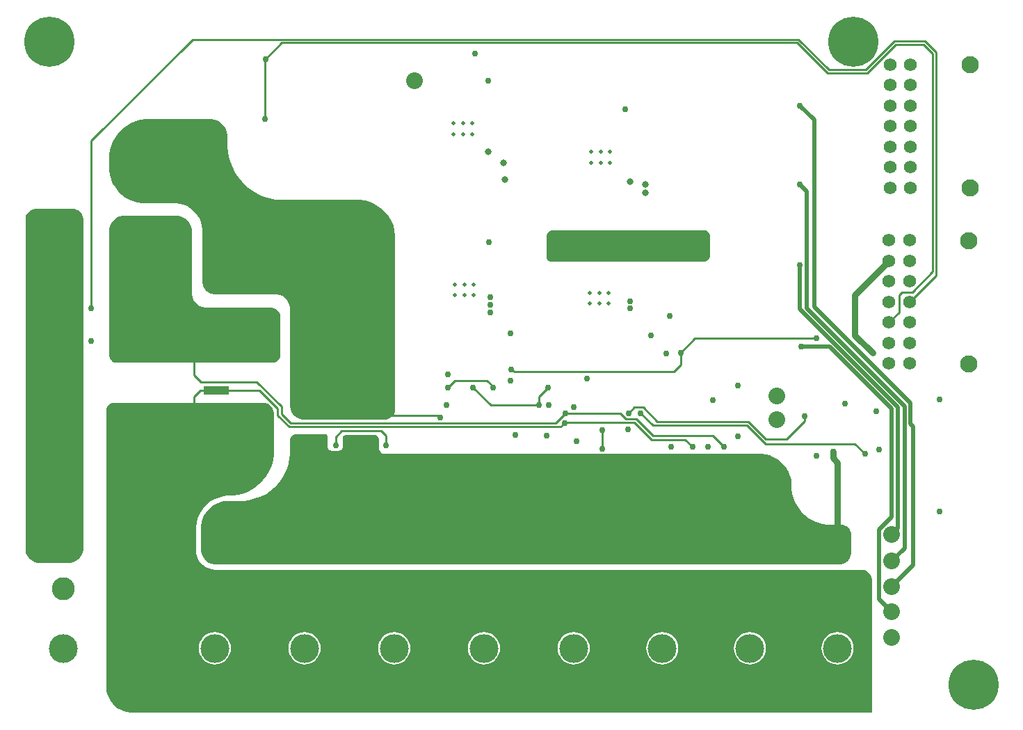
<source format=gbr>
%TF.GenerationSoftware,Altium Limited,Altium Designer,23.5.1 (21)*%
G04 Layer_Physical_Order=4*
G04 Layer_Color=16711680*
%FSLAX45Y45*%
%MOMM*%
%TF.SameCoordinates,815A2C8C-8163-47E4-9813-AD16C0C63C49*%
%TF.FilePolarity,Positive*%
%TF.FileFunction,Copper,L4,Bot,Signal*%
%TF.Part,Single*%
G01*
G75*
%TA.AperFunction,Conductor*%
%ADD43C,0.25400*%
%ADD45C,0.76200*%
%ADD48C,0.50800*%
%TA.AperFunction,ComponentPad*%
%ADD50C,6.10000*%
%ADD51C,2.80000*%
%ADD52C,3.50000*%
%ADD53C,9.50000*%
%ADD54C,2.03200*%
%ADD55C,1.56000*%
%ADD56C,2.10000*%
%TA.AperFunction,ViaPad*%
%ADD57C,0.50800*%
%ADD58C,0.76200*%
%ADD59C,0.81280*%
%TA.AperFunction,NonConductor*%
%ADD60C,1.01600*%
%TA.AperFunction,SMDPad,CuDef*%
%ADD77R,1.00000X1.00000*%
G36*
X2249288Y8738270D02*
X2271772Y8728957D01*
X2292008Y8715436D01*
X2309217Y8698226D01*
X2322738Y8677991D01*
X2332050Y8655506D01*
X2336798Y8631637D01*
X2336798Y8619468D01*
X2336800Y8619469D01*
X2336799Y4616449D01*
X2336799Y4599176D01*
X2330060Y4565293D01*
X2316839Y4533376D01*
X2297646Y4504651D01*
X2273218Y4480223D01*
X2244493Y4461030D01*
X2212576Y4447809D01*
X2178693Y4441070D01*
X2161419Y4441070D01*
X1797447Y4441070D01*
X1781147D01*
X1749173Y4447430D01*
X1719054Y4459905D01*
X1691949Y4478017D01*
X1668897Y4501068D01*
X1650785Y4528175D01*
X1638310Y4558293D01*
X1631950Y4590267D01*
Y4606567D01*
Y4606567D01*
Y8615637D01*
X1631949Y8628183D01*
X1636845Y8652792D01*
X1646447Y8675974D01*
X1660387Y8696837D01*
X1678129Y8714580D01*
X1698993Y8728520D01*
X1722174Y8738122D01*
X1746784Y8743017D01*
X1759329Y8743017D01*
X1759331Y8743018D01*
X2213250D01*
X2225418Y8743018D01*
X2249288Y8738270D01*
D02*
G37*
G36*
X3522667Y8654079D02*
X3557335Y8639719D01*
X3588536Y8618870D01*
X3615070Y8592336D01*
X3635918Y8561135D01*
X3650278Y8526466D01*
X3657599Y8489662D01*
X3657599Y8470899D01*
X3657600Y8470900D01*
Y7721600D01*
X3658456Y7704173D01*
X3665256Y7669987D01*
X3678594Y7637786D01*
X3697959Y7608805D01*
X3722605Y7584159D01*
X3751585Y7564794D01*
X3783787Y7551456D01*
X3817972Y7544656D01*
X3835400Y7543800D01*
X3835400D01*
X4622800Y7543799D01*
X4634057Y7543800D01*
X4656140Y7539408D01*
X4676941Y7530791D01*
X4695662Y7518282D01*
X4711583Y7502362D01*
X4724091Y7483641D01*
X4732707Y7462839D01*
X4737098Y7440756D01*
X4737098Y7429499D01*
X4737100Y7429500D01*
X4737099Y6969837D01*
X4737100Y6960624D01*
X4733505Y6942553D01*
X4726455Y6925530D01*
X4716218Y6910209D01*
X4703189Y6897181D01*
X4687869Y6886944D01*
X4670845Y6879894D01*
X4652774Y6876299D01*
X4643561Y6876300D01*
X2737600D01*
X2729396Y6876300D01*
X2713302Y6879501D01*
X2698142Y6885780D01*
X2684499Y6894897D01*
X2672897Y6906499D01*
X2663780Y6920143D01*
X2657501Y6935302D01*
X2654300Y6951396D01*
X2654300Y6959600D01*
X2654300Y6959600D01*
Y8483600D01*
X2654300Y8501112D01*
X2661133Y8535462D01*
X2674535Y8567820D01*
X2693993Y8596940D01*
X2718759Y8621706D01*
X2747879Y8641164D01*
X2780237Y8654566D01*
X2814587Y8661399D01*
X2832099Y8661399D01*
X2832100Y8661400D01*
X3467100Y8661399D01*
X3485862Y8661400D01*
X3522667Y8654079D01*
D02*
G37*
G36*
X9915527Y8480672D02*
X9929394Y8474927D01*
X9941875Y8466588D01*
X9952488Y8455974D01*
X9960827Y8443494D01*
X9966571Y8429626D01*
X9969499Y8414904D01*
X9969498Y8407399D01*
X9969500Y8407400D01*
X9969499Y8191499D01*
X9969500Y8182744D01*
X9966084Y8165568D01*
X9959382Y8149389D01*
X9949653Y8134828D01*
X9937270Y8122445D01*
X9922709Y8112716D01*
X9906530Y8106015D01*
X9889354Y8102599D01*
X9880598Y8102599D01*
X9880599D01*
X8039100Y8102600D01*
X8026469D01*
X8003130Y8112267D01*
X7985267Y8130130D01*
X7975600Y8153469D01*
X7975600Y8166100D01*
X7975600D01*
X7975599Y8407399D01*
X7975599Y8414904D01*
X7978528Y8429626D01*
X7984272Y8443493D01*
X7992611Y8455974D01*
X8003224Y8466587D01*
X8015705Y8474926D01*
X8029572Y8480671D01*
X8044294Y8483599D01*
X8051799Y8483598D01*
X8051799Y8483599D01*
X9893300Y8483600D01*
X9900805Y8483600D01*
X9915527Y8480672D01*
D02*
G37*
G36*
X4521200Y6388098D02*
X4534490Y6388099D01*
X4560560Y6382913D01*
X4585117Y6372741D01*
X4607217Y6357974D01*
X4626012Y6339179D01*
X4640779Y6317078D01*
X4650951Y6292521D01*
X4656136Y6266452D01*
X4656135Y6253162D01*
X4656136D01*
X4656140Y5796352D01*
X4656140Y5761101D01*
X4646938Y5691202D01*
X4628691Y5623102D01*
X4601712Y5557967D01*
X4566461Y5496910D01*
X4523542Y5440976D01*
X4473690Y5391124D01*
X4417757Y5348205D01*
X4356700Y5312954D01*
X4291565Y5285974D01*
X4223465Y5267727D01*
X4153566Y5258525D01*
X4118315Y5258525D01*
X4118315Y5258526D01*
X4118315Y5258525D01*
X4091506Y5257648D01*
X4038344Y5250651D01*
X3986551Y5236774D01*
X3937012Y5216255D01*
X3890576Y5189446D01*
X3848036Y5156804D01*
X3810121Y5118889D01*
X3777479Y5076349D01*
X3750670Y5029912D01*
X3730151Y4980373D01*
X3716274Y4928580D01*
X3709277Y4875418D01*
X3708400Y4848609D01*
Y4587251D01*
X3709509Y4564665D01*
X3718321Y4520362D01*
X3735607Y4478629D01*
X3760703Y4441070D01*
X3792643Y4409129D01*
X3830202Y4384033D01*
X3871935Y4366747D01*
X3916238Y4357935D01*
X3938824Y4356826D01*
X11810274Y4356825D01*
X11822854Y4356825D01*
X11847531Y4351917D01*
X11870776Y4342289D01*
X11891695Y4328311D01*
X11909486Y4310520D01*
X11923464Y4289600D01*
X11933091Y4266355D01*
X11937999Y4241678D01*
X11937998Y4229098D01*
X11937998Y4229098D01*
X11938000Y4229097D01*
Y2616926D01*
X2932974Y2616925D01*
X2912211Y2616925D01*
X2871042Y2622345D01*
X2830931Y2633093D01*
X2792567Y2648984D01*
X2756606Y2669746D01*
X2723662Y2695025D01*
X2694299Y2724387D01*
X2669021Y2757332D01*
X2648258Y2793293D01*
X2632367Y2831657D01*
X2621620Y2871767D01*
X2616200Y2912937D01*
X2616200Y2933699D01*
X2616200Y2933700D01*
Y6286499D01*
Y6296506D01*
X2620104Y6316135D01*
X2627763Y6334625D01*
X2638882Y6351265D01*
X2653033Y6365417D01*
X2669674Y6376536D01*
X2688164Y6384194D01*
X2707792Y6388099D01*
X2717799Y6388099D01*
X2717799Y6388099D01*
X4521200Y6388098D01*
D02*
G37*
G36*
X3940803Y9828090D02*
X3978983Y9812276D01*
X4013344Y9789316D01*
X4042565Y9760095D01*
X4065524Y9725734D01*
X4081338Y9687553D01*
X4089399Y9647022D01*
X4089398Y9626359D01*
X4089399Y9626360D01*
X4089400Y9537700D01*
X4090224Y9504088D01*
X4096813Y9437189D01*
X4109927Y9371258D01*
X4129440Y9306930D01*
X4155165Y9244824D01*
X4186853Y9185538D01*
X4224200Y9129644D01*
X4266846Y9077680D01*
X4314379Y9030147D01*
X4366344Y8987501D01*
X4422238Y8950154D01*
X4481523Y8918466D01*
X4543629Y8892741D01*
X4607957Y8873227D01*
X4673888Y8860113D01*
X4740788Y8853525D01*
X4774399Y8852700D01*
X4774400D01*
X5676100Y8852699D01*
X5706119Y8852701D01*
X5765644Y8844867D01*
X5823638Y8829330D01*
X5879107Y8806356D01*
X5931102Y8776337D01*
X5978735Y8739788D01*
X6021188Y8697334D01*
X6057737Y8649702D01*
X6087755Y8597706D01*
X6110730Y8542237D01*
X6126267Y8484244D01*
X6134100Y8424718D01*
X6134098Y8394699D01*
X6134100Y8394700D01*
X6134099Y6312199D01*
X6134099Y6299661D01*
X6129208Y6275067D01*
X6119612Y6251899D01*
X6105681Y6231049D01*
X6087949Y6213318D01*
X6067099Y6199386D01*
X6043931Y6189791D01*
X6019337Y6184899D01*
X6006799Y6184900D01*
X5021261D01*
X5004531Y6184899D01*
X4971714Y6191427D01*
X4940801Y6204231D01*
X4912981Y6222820D01*
X4889321Y6246480D01*
X4870731Y6274301D01*
X4857927Y6305214D01*
X4851399Y6338031D01*
X4851399Y6354760D01*
Y6354762D01*
X4851399Y7531100D01*
X4850553Y7548381D01*
X4843814Y7582280D01*
X4830590Y7614212D01*
X4811389Y7642950D01*
X4786950Y7667389D01*
X4758212Y7686589D01*
X4726280Y7699813D01*
X4692381Y7706552D01*
X4675100Y7707398D01*
X4675101Y7707400D01*
X3942950Y7707400D01*
X3927353Y7707398D01*
X3896759Y7713482D01*
X3867940Y7725418D01*
X3842004Y7742747D01*
X3819948Y7764803D01*
X3802618Y7790740D01*
X3790682Y7819558D01*
X3784598Y7850152D01*
X3784600Y7865749D01*
Y7865750D01*
X3784599Y8475543D01*
X3783875Y8497666D01*
X3778100Y8541532D01*
X3766649Y8584269D01*
X3749717Y8625146D01*
X3727595Y8663463D01*
X3700660Y8698565D01*
X3669374Y8729851D01*
X3634273Y8756785D01*
X3595956Y8778908D01*
X3555079Y8795840D01*
X3512342Y8807291D01*
X3468475Y8813066D01*
X3446353Y8813790D01*
X3446354Y8813792D01*
X3086083Y8813809D01*
X3057783Y8813810D01*
X3001665Y8821200D01*
X2946992Y8835852D01*
X2894699Y8857515D01*
X2845681Y8885817D01*
X2800776Y8920276D01*
X2760753Y8960300D01*
X2726297Y9005207D01*
X2697997Y9054226D01*
X2676337Y9106520D01*
X2661687Y9161193D01*
X2654299Y9217311D01*
Y9245612D01*
X2654299D01*
X2654299Y9366249D01*
X2654299Y9397048D01*
X2662339Y9458118D01*
X2678282Y9517617D01*
X2701854Y9574526D01*
X2732653Y9627871D01*
X2770151Y9676740D01*
X2813707Y9720296D01*
X2862576Y9757794D01*
X2915921Y9788593D01*
X2972830Y9812165D01*
X3032328Y9828108D01*
X3093399Y9836148D01*
X3124198D01*
X3124198Y9836149D01*
X3879608Y9836150D01*
X3900271Y9836151D01*
X3940803Y9828090D01*
D02*
G37*
G36*
X5298988Y6000493D02*
X5305223Y5994255D01*
X5308595Y5986105D01*
X5308593Y5981695D01*
X5308600Y5981700D01*
Y5854699D01*
X5309574Y5844789D01*
X5317158Y5826477D01*
X5331172Y5812461D01*
X5349483Y5804876D01*
X5359393Y5803901D01*
X5359400Y5803900D01*
X5448299Y5803900D01*
X5458209Y5804876D01*
X5476519Y5812460D01*
X5490533Y5826474D01*
X5498117Y5844784D01*
X5499093Y5854693D01*
X5499100Y5854700D01*
Y5968999D01*
Y5974050D01*
X5502966Y5983384D01*
X5510110Y5990528D01*
X5519444Y5994394D01*
X5524495Y5994393D01*
X5524501Y5994400D01*
X5880100Y5994399D01*
X5892174Y5994400D01*
X5914484Y5985158D01*
X5931558Y5968082D01*
X5940797Y5945770D01*
X5940795Y5933696D01*
X5940800Y5933700D01*
Y5819400D01*
X5941829Y5808943D01*
X5949831Y5789621D01*
X5964618Y5774833D01*
X5983939Y5766829D01*
X5994396Y5765800D01*
X5994400D01*
X10566401Y5765798D01*
X10592206Y5765799D01*
X10643373Y5759062D01*
X10693223Y5745705D01*
X10740904Y5725955D01*
X10785598Y5700151D01*
X10826542Y5668733D01*
X10863035Y5632240D01*
X10894452Y5591295D01*
X10920256Y5546601D01*
X10940006Y5498920D01*
X10953363Y5449070D01*
X10960098Y5397902D01*
X10960098Y5372098D01*
X10960100Y5372099D01*
X10961106Y5341366D01*
X10969129Y5280426D01*
X10985037Y5221055D01*
X11008559Y5164268D01*
X11039291Y5111037D01*
X11076709Y5062273D01*
X11120172Y5018810D01*
X11168936Y4981392D01*
X11222167Y4950659D01*
X11278954Y4927137D01*
X11338325Y4911229D01*
X11399264Y4903206D01*
X11429997Y4902200D01*
X11429998D01*
X11569700Y4902199D01*
X11580957D01*
X11603040Y4897807D01*
X11623841Y4889191D01*
X11642561Y4876682D01*
X11658482Y4860761D01*
X11670991Y4842041D01*
X11679607Y4821240D01*
X11683999Y4799157D01*
X11683999Y4787899D01*
X11684000Y4787900D01*
X11683999Y4559299D01*
Y4545540D01*
X11678630Y4518550D01*
X11668099Y4493127D01*
X11652811Y4470246D01*
X11633353Y4450788D01*
X11610472Y4435499D01*
X11585048Y4424968D01*
X11558059Y4419600D01*
X3949701D01*
X3932188Y4419599D01*
X3897838Y4426431D01*
X3865479Y4439833D01*
X3836358Y4459291D01*
X3811592Y4484057D01*
X3792134Y4513178D01*
X3778731Y4545536D01*
X3771899Y4579887D01*
X3771899Y4597398D01*
Y4597400D01*
X3771900Y4862556D01*
Y4884300D01*
X3777576Y4927415D01*
X3788831Y4969420D01*
X3805473Y5009597D01*
X3827217Y5047258D01*
X3853690Y5081759D01*
X3884440Y5112509D01*
X3918940Y5138982D01*
X3956601Y5160726D01*
X3996778Y5177367D01*
X4038783Y5188623D01*
X4081898Y5194299D01*
X4103642D01*
X4103643Y5194300D01*
X4254500Y5194300D01*
X4283788Y5195019D01*
X4342083Y5200760D01*
X4399534Y5212188D01*
X4455589Y5229192D01*
X4509707Y5251608D01*
X4561367Y5279222D01*
X4610072Y5311765D01*
X4655352Y5348926D01*
X4696772Y5390346D01*
X4733933Y5435626D01*
X4766477Y5484331D01*
X4794090Y5535991D01*
X4816506Y5590109D01*
X4833510Y5646164D01*
X4844938Y5703615D01*
X4850679Y5761910D01*
X4851398Y5791198D01*
X4851400Y5791200D01*
Y5927364D01*
Y5934898D01*
X4854340Y5949678D01*
X4860106Y5963600D01*
X4868478Y5976130D01*
X4879134Y5986786D01*
X4891664Y5995158D01*
X4905586Y6000924D01*
X4920366Y6003865D01*
X4927901Y6003864D01*
X4927902Y6003866D01*
X5286430Y6003870D01*
X5290840D01*
X5298988Y6000493D01*
D02*
G37*
%LPC*%
G36*
X2161420Y4441070D02*
X2161419D01*
D01*
X2161420D01*
D02*
G37*
G36*
X11518900Y3596265D02*
X11480611Y3592494D01*
X11443793Y3581325D01*
X11409861Y3563188D01*
X11380120Y3538780D01*
X11355712Y3509039D01*
X11337575Y3475107D01*
X11326406Y3438290D01*
X11322635Y3400000D01*
X11326406Y3361711D01*
X11337575Y3324893D01*
X11355712Y3290961D01*
X11380120Y3261220D01*
X11409861Y3236812D01*
X11443793Y3218675D01*
X11480611Y3207506D01*
X11518900Y3203735D01*
X11557189Y3207506D01*
X11594007Y3218675D01*
X11627939Y3236812D01*
X11657680Y3261220D01*
X11682088Y3290961D01*
X11700225Y3324893D01*
X11711394Y3361711D01*
X11715165Y3400000D01*
X11711394Y3438290D01*
X11700225Y3475107D01*
X11682088Y3509039D01*
X11657680Y3538780D01*
X11627939Y3563188D01*
X11594007Y3581325D01*
X11557189Y3592494D01*
X11518900Y3596265D01*
D02*
G37*
G36*
X10452100D02*
X10413811Y3592494D01*
X10376993Y3581325D01*
X10343061Y3563188D01*
X10313320Y3538780D01*
X10288912Y3509039D01*
X10270775Y3475107D01*
X10259606Y3438290D01*
X10255835Y3400000D01*
X10259606Y3361711D01*
X10270775Y3324893D01*
X10288912Y3290961D01*
X10313320Y3261220D01*
X10343061Y3236812D01*
X10376993Y3218675D01*
X10413811Y3207506D01*
X10452100Y3203735D01*
X10490389Y3207506D01*
X10527207Y3218675D01*
X10561139Y3236812D01*
X10590880Y3261220D01*
X10615288Y3290961D01*
X10633425Y3324893D01*
X10644594Y3361711D01*
X10648365Y3400000D01*
X10644594Y3438290D01*
X10633425Y3475107D01*
X10615288Y3509039D01*
X10590880Y3538780D01*
X10561139Y3563188D01*
X10527207Y3581325D01*
X10490389Y3592494D01*
X10452100Y3596265D01*
D02*
G37*
G36*
X9385300D02*
X9347011Y3592494D01*
X9310193Y3581325D01*
X9276261Y3563188D01*
X9246520Y3538780D01*
X9222112Y3509039D01*
X9203975Y3475107D01*
X9192806Y3438290D01*
X9189035Y3400000D01*
X9192806Y3361711D01*
X9203975Y3324893D01*
X9222112Y3290961D01*
X9246520Y3261220D01*
X9276261Y3236812D01*
X9310193Y3218675D01*
X9347011Y3207506D01*
X9385300Y3203735D01*
X9423589Y3207506D01*
X9460407Y3218675D01*
X9494339Y3236812D01*
X9524080Y3261220D01*
X9548488Y3290961D01*
X9566625Y3324893D01*
X9577794Y3361711D01*
X9581565Y3400000D01*
X9577794Y3438290D01*
X9566625Y3475107D01*
X9548488Y3509039D01*
X9524080Y3538780D01*
X9494339Y3563188D01*
X9460407Y3581325D01*
X9423589Y3592494D01*
X9385300Y3596265D01*
D02*
G37*
G36*
X8305800D02*
X8267511Y3592494D01*
X8230693Y3581325D01*
X8196761Y3563188D01*
X8167020Y3538780D01*
X8142612Y3509039D01*
X8124475Y3475107D01*
X8113306Y3438290D01*
X8109535Y3400000D01*
X8113306Y3361711D01*
X8124475Y3324893D01*
X8142612Y3290961D01*
X8167020Y3261220D01*
X8196761Y3236812D01*
X8230693Y3218675D01*
X8267511Y3207506D01*
X8305800Y3203735D01*
X8344089Y3207506D01*
X8380907Y3218675D01*
X8414839Y3236812D01*
X8444580Y3261220D01*
X8468988Y3290961D01*
X8487125Y3324893D01*
X8498294Y3361711D01*
X8502065Y3400000D01*
X8498294Y3438290D01*
X8487125Y3475107D01*
X8468988Y3509039D01*
X8444580Y3538780D01*
X8414839Y3563188D01*
X8380907Y3581325D01*
X8344089Y3592494D01*
X8305800Y3596265D01*
D02*
G37*
G36*
X7213600D02*
X7175311Y3592494D01*
X7138493Y3581325D01*
X7104561Y3563188D01*
X7074820Y3538780D01*
X7050412Y3509039D01*
X7032275Y3475107D01*
X7021106Y3438290D01*
X7017335Y3400000D01*
X7021106Y3361711D01*
X7032275Y3324893D01*
X7050412Y3290961D01*
X7074820Y3261220D01*
X7104561Y3236812D01*
X7138493Y3218675D01*
X7175311Y3207506D01*
X7213600Y3203735D01*
X7251889Y3207506D01*
X7288707Y3218675D01*
X7322639Y3236812D01*
X7352380Y3261220D01*
X7376788Y3290961D01*
X7394925Y3324893D01*
X7406094Y3361711D01*
X7409865Y3400000D01*
X7406094Y3438290D01*
X7394925Y3475107D01*
X7376788Y3509039D01*
X7352380Y3538780D01*
X7322639Y3563188D01*
X7288707Y3581325D01*
X7251889Y3592494D01*
X7213600Y3596265D01*
D02*
G37*
G36*
X6121400D02*
X6083111Y3592494D01*
X6046293Y3581325D01*
X6012361Y3563188D01*
X5982620Y3538780D01*
X5958212Y3509039D01*
X5940075Y3475107D01*
X5928906Y3438290D01*
X5925135Y3400000D01*
X5928906Y3361711D01*
X5940075Y3324893D01*
X5958212Y3290961D01*
X5982620Y3261220D01*
X6012361Y3236812D01*
X6046293Y3218675D01*
X6083111Y3207506D01*
X6121400Y3203735D01*
X6159689Y3207506D01*
X6196507Y3218675D01*
X6230439Y3236812D01*
X6260180Y3261220D01*
X6284588Y3290961D01*
X6302725Y3324893D01*
X6313894Y3361711D01*
X6317665Y3400000D01*
X6313894Y3438290D01*
X6302725Y3475107D01*
X6284588Y3509039D01*
X6260180Y3538780D01*
X6230439Y3563188D01*
X6196507Y3581325D01*
X6159689Y3592494D01*
X6121400Y3596265D01*
D02*
G37*
G36*
X5029200D02*
X4990911Y3592494D01*
X4954093Y3581325D01*
X4920161Y3563188D01*
X4890420Y3538780D01*
X4866012Y3509039D01*
X4847875Y3475107D01*
X4836706Y3438290D01*
X4832935Y3400000D01*
X4836706Y3361711D01*
X4847875Y3324893D01*
X4866012Y3290961D01*
X4890420Y3261220D01*
X4920161Y3236812D01*
X4954093Y3218675D01*
X4990911Y3207506D01*
X5029200Y3203735D01*
X5067489Y3207506D01*
X5104307Y3218675D01*
X5138239Y3236812D01*
X5167980Y3261220D01*
X5192388Y3290961D01*
X5210525Y3324893D01*
X5221694Y3361711D01*
X5225465Y3400000D01*
X5221694Y3438290D01*
X5210525Y3475107D01*
X5192388Y3509039D01*
X5167980Y3538780D01*
X5138239Y3563188D01*
X5104307Y3581325D01*
X5067489Y3592494D01*
X5029200Y3596265D01*
D02*
G37*
G36*
X3937000D02*
X3898711Y3592494D01*
X3861893Y3581325D01*
X3827961Y3563188D01*
X3798220Y3538780D01*
X3773812Y3509039D01*
X3755675Y3475107D01*
X3744506Y3438290D01*
X3740735Y3400000D01*
X3744506Y3361711D01*
X3755675Y3324893D01*
X3773812Y3290961D01*
X3798220Y3261220D01*
X3827961Y3236812D01*
X3861893Y3218675D01*
X3898711Y3207506D01*
X3937000Y3203735D01*
X3975289Y3207506D01*
X4012107Y3218675D01*
X4046039Y3236812D01*
X4075780Y3261220D01*
X4100188Y3290961D01*
X4118325Y3324893D01*
X4129494Y3361711D01*
X4133265Y3400000D01*
X4129494Y3438290D01*
X4118325Y3475107D01*
X4100188Y3509039D01*
X4075780Y3538780D01*
X4046039Y3563188D01*
X4012107Y3581325D01*
X3975289Y3592494D01*
X3937000Y3596265D01*
D02*
G37*
%LPD*%
D43*
X4548054Y9836063D02*
Y10561459D01*
X4555284Y10568689D01*
X4753654Y10767060D01*
X11026140D01*
X11395910Y10397290D01*
X11042974Y10807700D02*
X11412744Y10437930D01*
X3663950Y10807700D02*
X11042974D01*
X2432050Y9575800D02*
X3663950Y10807700D01*
X11730380Y5887720D02*
X11852000Y5766100D01*
X11432291Y5887720D02*
X11730380D01*
X11431021Y5886450D02*
X11432291Y5887720D01*
X10640414Y5886450D02*
X11431021D01*
X2432050Y7539502D02*
Y9575800D01*
X11412744Y10437930D02*
X11863440D01*
X11395910Y10397290D02*
X11880274D01*
X12230994Y10748010D01*
X11863440Y10437930D02*
X12214160Y10788650D01*
X12230994Y10748010D02*
X12568866D01*
X12678410Y10638466D01*
Y7985760D02*
Y10638466D01*
X12426950Y7734300D02*
X12678410Y7985760D01*
X12306300Y7734300D02*
X12426950D01*
X12268200Y7696200D02*
X12306300Y7734300D01*
X12268200Y7484600D02*
Y7696200D01*
X12146600Y7363000D02*
X12268200Y7484600D01*
X12585700Y10788650D02*
X12719050Y10655300D01*
X12214160Y10788650D02*
X12585700D01*
X12719050Y7935450D02*
Y10655300D01*
X12396600Y7613000D02*
X12719050Y7935450D01*
X9784077Y7169150D02*
X11258550D01*
X9608627Y6993700D02*
X9784077Y7169150D01*
X10899466Y5946466D02*
X11120172Y6167172D01*
X10645168Y5946466D02*
X10899466D01*
X10433839Y6157795D02*
X10645168Y5946466D01*
X7584079Y6762750D02*
X9525000D01*
X7552329Y6794500D02*
X7584079Y6762750D01*
X7543800Y6794500D02*
X7552329D01*
X9525000Y6762750D02*
X9608627Y6846377D01*
Y6993700D01*
X7083626Y6572250D02*
X7297535Y6358341D01*
X7881149D01*
Y6458126D01*
X7995273Y6572250D01*
X8205916Y6261100D02*
X8874692D01*
X8945662Y6190130D01*
X9151501Y6332370D02*
X9326076Y6157795D01*
X9046241Y6332370D02*
X9151501D01*
X8945662Y6190130D02*
X9066641D01*
X9042623Y6149490D02*
X9254863Y5937250D01*
X8207283Y6149490D02*
X9042623D01*
X8975121Y6261250D02*
X9046241Y6332370D01*
X9121021Y6261250D02*
X9270196Y6112075D01*
X9066641Y6190130D02*
X9273801Y5982970D01*
X9326076Y6157795D02*
X10433839D01*
X9273801Y5982970D02*
X9999300D01*
X9254863Y5937250D02*
X9664021D01*
X6776952Y6572250D02*
X6859688Y6654986D01*
X7251700D01*
X7321122Y6585564D01*
Y6572250D02*
Y6585564D01*
X6652015Y6235700D02*
X6678008Y6209707D01*
X5998035Y6235700D02*
X6652015D01*
X4860771Y6138587D02*
X8083402D01*
X4841833Y6092867D02*
X8150659D01*
X8083402Y6138587D02*
X8205916Y6261100D01*
X8150659Y6092867D02*
X8198901Y6141108D01*
X8207283Y6149490D01*
X8653612Y5830738D02*
X8655050Y5829300D01*
X8653612Y5830738D02*
Y6054260D01*
X10414789Y6112075D02*
X10640414Y5886450D01*
X9270196Y6112075D02*
X10414789D01*
X12087600Y7908550D02*
X12124690Y7871460D01*
X4703622Y6231078D02*
X4841833Y6092867D01*
X4750205Y6249153D02*
X4860771Y6138587D01*
X11120172Y6167172D02*
Y6227500D01*
X3768251Y6642100D02*
X4446158D01*
X3683000Y6727351D02*
X3768251Y6642100D01*
X3683000Y6727351D02*
Y6951396D01*
X4446158Y6642100D02*
X4750205Y6338053D01*
X3683000Y6305897D02*
Y6462675D01*
X3760825Y6540500D01*
X3857141D01*
Y6248700D02*
X3860800D01*
X4060341Y6540500D02*
X4483100D01*
X4750205Y6249153D02*
Y6338053D01*
X4483100Y6540500D02*
X4703622Y6319978D01*
Y6231078D02*
Y6319978D01*
X9999300Y5982970D02*
X10133920Y5848350D01*
X9664021Y5937250D02*
X9752921Y5848350D01*
X6023038Y5869185D02*
Y5983718D01*
X5960056Y6046700D02*
X6023038Y5983718D01*
X5483526Y6046700D02*
X5960056D01*
X5407903Y5971077D02*
X5483526Y6046700D01*
X5407903Y5870880D02*
Y5971077D01*
D45*
X11461750Y5711550D02*
Y5791200D01*
Y5711550D02*
X11518900Y5654400D01*
Y4680000D02*
Y5654400D01*
X11731650Y7206400D02*
X11944350Y6993700D01*
X11731650Y7206400D02*
Y7698050D01*
X12146600Y8113000D01*
D48*
X11234976Y7554674D02*
X12404090Y6385560D01*
Y6131560D02*
Y6385560D01*
X11234976Y7554674D02*
Y9830119D01*
X11061700Y7524750D02*
X12255500Y6330950D01*
X11144250Y7537450D02*
X12338050Y6343650D01*
X12255500Y4864101D02*
Y6330950D01*
X11144250Y7537450D02*
Y8022161D01*
X11061700Y7524750D02*
Y8058150D01*
X12338050Y4619265D02*
Y6343650D01*
X12179300Y5000101D02*
Y6313755D01*
X11425505Y7067550D02*
X12179300Y6313755D01*
X11076709Y7067550D02*
X11425505D01*
X12026900Y4847701D02*
X12179300Y5000101D01*
Y4787901D02*
X12255500Y4864101D01*
X12026900Y4000500D02*
Y4847701D01*
Y4000500D02*
X12179300Y3848100D01*
X11061700Y9042400D02*
X11145520Y8958580D01*
Y8023431D02*
Y8958580D01*
X11144250Y8022161D02*
X11145520Y8023431D01*
X11061700Y10003395D02*
X11234976Y9830119D01*
X12404090Y6131560D02*
X12439650Y6096000D01*
Y4413250D02*
Y6096000D01*
X12179300Y4152900D02*
X12439650Y4413250D01*
X12179300Y4460515D02*
X12338050Y4619265D01*
D50*
X2984500Y2984500D02*
D03*
X13176250Y2959100D02*
D03*
X1924050Y10775950D02*
D03*
X11709400D02*
D03*
D51*
X10452100Y4130000D02*
D03*
Y4680000D02*
D03*
X11518900Y4130000D02*
D03*
Y4680000D02*
D03*
X8305800Y4130000D02*
D03*
Y4680000D02*
D03*
X9385300Y4130000D02*
D03*
Y4680000D02*
D03*
X6121400Y4130000D02*
D03*
Y4680000D02*
D03*
X7213600Y4130000D02*
D03*
Y4680000D02*
D03*
X3937000Y4130000D02*
D03*
Y4680000D02*
D03*
X5029200Y4130000D02*
D03*
Y4680000D02*
D03*
X2089150Y4127250D02*
D03*
Y4677250D02*
D03*
D52*
X10452100Y3400000D02*
D03*
X11518900D02*
D03*
X8305800D02*
D03*
X9385300D02*
D03*
X6121400D02*
D03*
X7213600D02*
D03*
X3937000D02*
D03*
X5029200D02*
D03*
X2089150Y3397250D02*
D03*
D53*
X3175000Y9302750D02*
D03*
Y8185150D02*
D03*
D54*
X10775950Y6181800D02*
D03*
Y6470650D02*
D03*
X12179300Y4460515D02*
D03*
X6371590Y10306050D02*
D03*
X3009900Y3898900D02*
D03*
X12179300Y3530600D02*
D03*
X3009900Y3606800D02*
D03*
X12179300Y4787901D02*
D03*
Y4152900D02*
D03*
Y3848100D02*
D03*
D55*
X12146600Y8363000D02*
D03*
Y8113000D02*
D03*
Y7863000D02*
D03*
Y7613000D02*
D03*
Y7363000D02*
D03*
Y7113000D02*
D03*
Y6863000D02*
D03*
X12396600Y8363000D02*
D03*
Y8113000D02*
D03*
Y7863000D02*
D03*
Y7613000D02*
D03*
Y7363000D02*
D03*
Y7113000D02*
D03*
Y6863000D02*
D03*
X12157900Y10503395D02*
D03*
Y10253395D02*
D03*
Y10003395D02*
D03*
Y9753395D02*
D03*
Y9503395D02*
D03*
Y9253395D02*
D03*
Y9003395D02*
D03*
X12407900Y10503395D02*
D03*
Y10253395D02*
D03*
Y10003395D02*
D03*
Y9753395D02*
D03*
Y9503395D02*
D03*
Y9253395D02*
D03*
Y9003395D02*
D03*
D56*
X13119099Y6858000D02*
D03*
Y8355500D02*
D03*
X13130400Y8998395D02*
D03*
Y10495895D02*
D03*
D57*
X6982310Y7694700D02*
D03*
X6862310D02*
D03*
X6982310Y7824700D02*
D03*
X7092310D02*
D03*
X7092310Y7694700D02*
D03*
X6862310Y7824700D02*
D03*
X6841190Y9786850D02*
D03*
X7071189Y9656850D02*
D03*
X7071190Y9786850D02*
D03*
X6961190D02*
D03*
X6841190Y9656850D02*
D03*
X6961190D02*
D03*
X8636000Y9307600D02*
D03*
X8516000D02*
D03*
X8636000Y9437600D02*
D03*
X8746000D02*
D03*
X8746000Y9307600D02*
D03*
X8516000Y9437600D02*
D03*
X8503300Y7723100D02*
D03*
X8733300Y7593100D02*
D03*
X8733300Y7723100D02*
D03*
X8503300Y7593100D02*
D03*
X8623300D02*
D03*
Y7723100D02*
D03*
D58*
X11461750Y5791200D02*
D03*
X11944350Y6993700D02*
D03*
X11258550Y7169150D02*
D03*
X11076709Y7067550D02*
D03*
X11061700Y10003395D02*
D03*
Y9042400D02*
D03*
Y8058150D02*
D03*
X2280091Y5594350D02*
D03*
X7106270Y10636250D02*
D03*
X4548054Y9836063D02*
D03*
X4555284Y10568689D02*
D03*
X2432050Y7137400D02*
D03*
X2192479Y8026100D02*
D03*
X2432050Y7539502D02*
D03*
X7537155Y7229395D02*
D03*
X7289800Y7483836D02*
D03*
X7292734Y7575647D02*
D03*
Y7668551D02*
D03*
X7278302Y8343900D02*
D03*
X8966613Y6062820D02*
D03*
X7543800Y6794500D02*
D03*
X9608627Y6993700D02*
D03*
X7995273Y6572250D02*
D03*
X8470108Y6682379D02*
D03*
X8307060Y6337300D02*
D03*
X9436954Y6988900D02*
D03*
X8975121Y6261250D02*
D03*
X9121021D02*
D03*
X6776952Y6572250D02*
D03*
X7321122D02*
D03*
X6776952Y6734986D02*
D03*
X6678008Y6209707D02*
D03*
X7534439Y6654986D02*
D03*
X7083626Y6572250D02*
D03*
X8003255Y6358341D02*
D03*
X7881149D02*
D03*
X8198901Y6141108D02*
D03*
X8205916Y6261100D02*
D03*
X7974061Y5989779D02*
D03*
X7599682Y5992460D02*
D03*
X8344089Y5914950D02*
D03*
X8655050Y5829300D02*
D03*
X8929754Y9956836D02*
D03*
X7268172Y10306050D02*
D03*
X8653612Y6054260D02*
D03*
X9495821Y5848350D02*
D03*
X5032835Y6233025D02*
D03*
X5147135Y6233325D02*
D03*
X5261435D02*
D03*
X5375735Y6233025D02*
D03*
X5998035Y6235700D02*
D03*
X5883735Y6236000D02*
D03*
X5769435D02*
D03*
X5655135Y6235700D02*
D03*
X10133920Y5848350D02*
D03*
X9752921D02*
D03*
X9940321D02*
D03*
X9245600Y7203231D02*
D03*
X8991600Y7539423D02*
D03*
Y7617416D02*
D03*
X9474200Y7442200D02*
D03*
X9897750Y8425157D02*
D03*
Y8308548D02*
D03*
Y8193144D02*
D03*
X9786167Y8425157D02*
D03*
Y8308548D02*
D03*
Y8193144D02*
D03*
X8054517Y8177696D02*
D03*
Y8293100D02*
D03*
Y8409709D02*
D03*
X8166100Y8177696D02*
D03*
Y8293100D02*
D03*
Y8409709D02*
D03*
X6756400Y6358341D02*
D03*
X11613441Y6375400D02*
D03*
X11988800Y6286500D02*
D03*
X11120172Y6227500D02*
D03*
X11852000Y5766100D02*
D03*
X12026900Y5816600D02*
D03*
X11262000Y5743300D02*
D03*
X12763500Y6426200D02*
D03*
Y5067300D02*
D03*
X10302638Y6597650D02*
D03*
Y5981550D02*
D03*
X10003821Y6418650D02*
D03*
X5651500Y5869185D02*
D03*
X5549900Y5867400D02*
D03*
X5407903Y5870880D02*
D03*
X6023038Y5869185D02*
D03*
X5025641Y5867700D02*
D03*
X4911341Y5867400D02*
D03*
X5139941Y5867700D02*
D03*
X5254241Y5867400D02*
D03*
X5032835Y5675190D02*
D03*
X5147135D02*
D03*
X4918535Y5674890D02*
D03*
X5261435D02*
D03*
X5883735Y5677566D02*
D03*
X5540835D02*
D03*
X5769435Y5677866D02*
D03*
X5655135D02*
D03*
X5876541Y5870075D02*
D03*
X5762241Y5870375D02*
D03*
X5032835Y5766100D02*
D03*
X5147135D02*
D03*
X4918535Y5765800D02*
D03*
X5261435D02*
D03*
X5883735Y5768475D02*
D03*
X5540835D02*
D03*
X5769435Y5768775D02*
D03*
X5655135D02*
D03*
X5765800Y6439200D02*
D03*
X5651500Y6337000D02*
D03*
X5765800Y6337300D02*
D03*
X5880100D02*
D03*
Y6439200D02*
D03*
X5651500Y6438900D02*
D03*
X5994400D02*
D03*
Y6337000D02*
D03*
X5372100Y6334325D02*
D03*
Y6436225D02*
D03*
X5029200D02*
D03*
X5257800Y6436525D02*
D03*
Y6334625D02*
D03*
X5143500D02*
D03*
X5029200Y6334325D02*
D03*
X5143500Y6436525D02*
D03*
X2819400Y7353000D02*
D03*
X3048000Y7353300D02*
D03*
Y7251400D02*
D03*
X2933700D02*
D03*
X2819400Y7251100D02*
D03*
X2933700Y7353300D02*
D03*
X3048000Y7137100D02*
D03*
X2933700D02*
D03*
X2819400Y7136800D02*
D03*
X3048000Y7035500D02*
D03*
X2933700D02*
D03*
X2819400Y7035200D02*
D03*
X3517900Y7353000D02*
D03*
X3403600D02*
D03*
X3289300Y7352700D02*
D03*
X3517900Y7251100D02*
D03*
X3403600D02*
D03*
X3289300Y7250800D02*
D03*
X3517900Y7137100D02*
D03*
X3403600D02*
D03*
X3289300Y7136800D02*
D03*
X3517900Y7035200D02*
D03*
X3403600D02*
D03*
X3289300Y7034900D02*
D03*
X4330700Y7035200D02*
D03*
X4445000Y7035500D02*
D03*
X4559300D02*
D03*
X4330700Y7137100D02*
D03*
X4445000Y7137400D02*
D03*
X4559300D02*
D03*
X4330700Y7251100D02*
D03*
X4445000Y7251400D02*
D03*
X4559300D02*
D03*
X4330700Y7353000D02*
D03*
X4445000Y7353300D02*
D03*
X4559300D02*
D03*
X3860800Y7035500D02*
D03*
X3975100Y7035800D02*
D03*
X4089400D02*
D03*
X3860800Y7137100D02*
D03*
X3975100Y7137400D02*
D03*
X4089400D02*
D03*
X3975100Y7353600D02*
D03*
X3860800Y7251400D02*
D03*
X3975100Y7251700D02*
D03*
X4089400D02*
D03*
Y7353600D02*
D03*
X3860800Y7353300D02*
D03*
Y6248700D02*
D03*
X4089400Y6249000D02*
D03*
Y6147100D02*
D03*
X3975100D02*
D03*
X3860800Y6146800D02*
D03*
X3975100Y6249000D02*
D03*
X4089400Y6032800D02*
D03*
X3975100D02*
D03*
X3860800Y6032500D02*
D03*
X4089400Y5931200D02*
D03*
X3975100D02*
D03*
X3860800Y5930900D02*
D03*
X4559300Y6248700D02*
D03*
X4445000D02*
D03*
X4330700Y6248400D02*
D03*
X4559300Y6146800D02*
D03*
X4445000D02*
D03*
X4330700Y6146500D02*
D03*
X4559300Y6032800D02*
D03*
X4445000D02*
D03*
X4330700Y6032500D02*
D03*
X4559300Y5930900D02*
D03*
X4445000D02*
D03*
X4330700Y5930600D02*
D03*
X3289300Y5930300D02*
D03*
X3403600Y5930600D02*
D03*
X3517900D02*
D03*
X3289300Y6032200D02*
D03*
X3403600Y6032500D02*
D03*
X3517900D02*
D03*
X3289300Y6146200D02*
D03*
X3403600Y6146500D02*
D03*
X3517900D02*
D03*
X3289300Y6248100D02*
D03*
X3403600Y6248400D02*
D03*
X3517900D02*
D03*
X2819400Y5930600D02*
D03*
X2933700Y5930900D02*
D03*
X3048000D02*
D03*
X2819400Y6032200D02*
D03*
X2933700Y6032500D02*
D03*
X3048000D02*
D03*
X2933700Y6248700D02*
D03*
X2819400Y6146500D02*
D03*
X2933700Y6146800D02*
D03*
X3048000D02*
D03*
Y6248700D02*
D03*
X2819400Y6248400D02*
D03*
D59*
X2147080Y8368243D02*
D03*
X2036361D02*
D03*
X1928709D02*
D03*
Y8472234D02*
D03*
X2147080Y8472235D02*
D03*
X2036361Y8472234D02*
D03*
X2147080Y8577329D02*
D03*
X2036362D02*
D03*
X1928709D02*
D03*
X9181653Y8940800D02*
D03*
X7266434Y9437600D02*
D03*
X7465500Y9099550D02*
D03*
X7455961Y9307600D02*
D03*
X8995234Y9078110D02*
D03*
X9181653Y9042400D02*
D03*
D60*
X3857141Y6540500D02*
X4060341D01*
D77*
D03*
X3857141D02*
D03*
%TF.MD5,3002e82ce696e6c100055f520714ad4d*%
M02*

</source>
